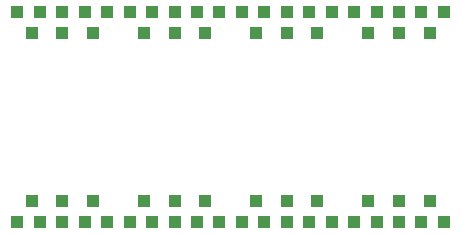
<source format=gtp>
G04 DipTrace 3.2.0.1*
G04 td_display_uBraidsII_bigtrans.GTP*
%MOIN*%
G04 #@! TF.FileFunction,Paste,Top*
G04 #@! TF.Part,Single*
%AMOUTLINE2*
4,1,40,
0.021591,0.019019,
0.021539,0.019607,
0.021432,0.020007,
0.021256,0.020384,
0.021017,0.020725,
0.020725,0.021017,
0.020384,0.021256,
0.020007,0.021432,
0.019607,0.021539,
0.019019,0.021591,
-0.019019,0.021591,
-0.019607,0.021539,
-0.020007,0.021432,
-0.020384,0.021256,
-0.020725,0.021017,
-0.021017,0.020725,
-0.021256,0.020384,
-0.021432,0.020007,
-0.021539,0.019607,
-0.021591,0.019019,
-0.021591,-0.019019,
-0.021539,-0.019607,
-0.021432,-0.020007,
-0.021256,-0.020384,
-0.021017,-0.020725,
-0.020725,-0.021017,
-0.020384,-0.021256,
-0.020007,-0.021432,
-0.019607,-0.021539,
-0.019019,-0.021591,
0.019019,-0.021591,
0.019607,-0.021539,
0.020007,-0.021432,
0.020384,-0.021256,
0.020725,-0.021017,
0.021017,-0.020725,
0.021256,-0.020384,
0.021432,-0.020007,
0.021539,-0.019607,
0.021591,-0.019019,
0.021591,0.019019,
0*%
%ADD39OUTLINE2*%
%FSLAX26Y26*%
G04*
G70*
G90*
G75*
G01*
G04 TopPaste*
%LPD*%
D39*
X470772Y535732D3*
X545575D3*
X620378D3*
X695181D3*
X769984D3*
X722740Y606598D3*
X620378D3*
X518016D3*
Y1165654D3*
X620378D3*
X722740D3*
X769984Y1236520D3*
X695181D3*
X620378D3*
X545575D3*
X470772D3*
X844787Y535732D3*
X919591D3*
X994394D3*
X1069197D3*
X1144000D3*
X1096756Y606598D3*
X994394D3*
X892031D3*
Y1165654D3*
X994394D3*
X1096756D3*
X1144000Y1236520D3*
X1069197D3*
X994394D3*
X919591D3*
X844787D3*
X1218803Y535732D3*
X1293606D3*
X1368409D3*
X1443213D3*
X1518016D3*
X1470772Y606598D3*
X1368409D3*
X1266047D3*
Y1165654D3*
X1368409D3*
X1470772D3*
X1518016Y1236520D3*
X1443213D3*
X1368409D3*
X1293606D3*
X1218803D3*
X1592819Y535732D3*
X1667622D3*
X1742425D3*
X1817228D3*
X1892031D3*
X1844787Y606598D3*
X1742425D3*
X1640063D3*
Y1165654D3*
X1742425D3*
X1844787D3*
X1892031Y1236520D3*
X1817228D3*
X1742425D3*
X1667622D3*
X1592819D3*
M02*

</source>
